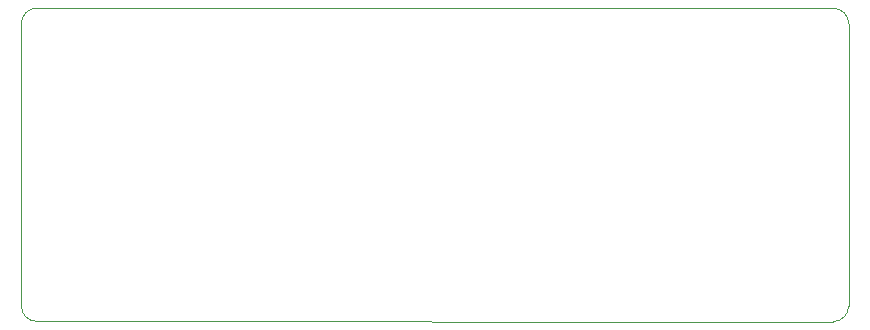
<source format=gbr>
%TF.GenerationSoftware,KiCad,Pcbnew,(6.0.0-0)*%
%TF.CreationDate,2022-06-13T23:48:26-07:00*%
%TF.ProjectId,max20499_breakout,6d617832-3034-4393-995f-627265616b6f,rev?*%
%TF.SameCoordinates,Original*%
%TF.FileFunction,Profile,NP*%
%FSLAX46Y46*%
G04 Gerber Fmt 4.6, Leading zero omitted, Abs format (unit mm)*
G04 Created by KiCad (PCBNEW (6.0.0-0)) date 2022-06-13 23:48:26*
%MOMM*%
%LPD*%
G01*
G04 APERTURE LIST*
%TA.AperFunction,Profile*%
%ADD10C,0.100000*%
%TD*%
G04 APERTURE END LIST*
D10*
X92596310Y-109393690D02*
X92596310Y-85486310D01*
X161333690Y-110713690D02*
X93906310Y-110703690D01*
X162643690Y-85490000D02*
X162643690Y-109403690D01*
X93906310Y-84176310D02*
X161333690Y-84180000D01*
X93906310Y-84176310D02*
G75*
G03*
X92596310Y-85486310I0J-1310000D01*
G01*
X92596310Y-109393690D02*
G75*
G03*
X93906310Y-110703690I1310000J0D01*
G01*
X161333690Y-110713690D02*
G75*
G03*
X162643690Y-109403690I0J1310000D01*
G01*
X162643690Y-85490000D02*
G75*
G03*
X161333690Y-84180000I-1310000J0D01*
G01*
M02*

</source>
